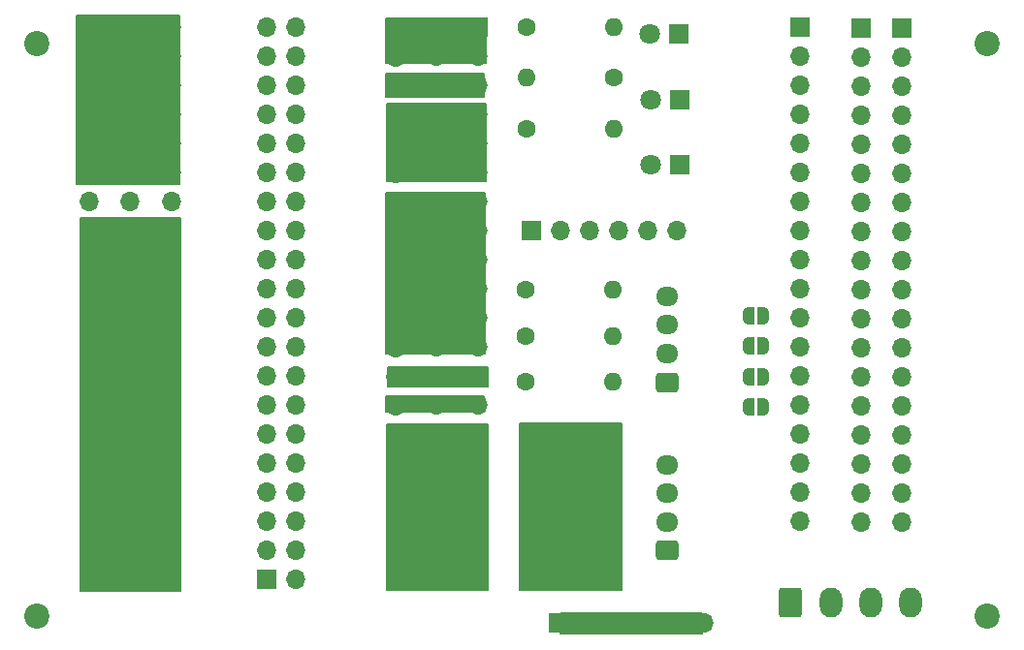
<source format=gbr>
%TF.GenerationSoftware,KiCad,Pcbnew,7.0.5-0*%
%TF.CreationDate,2023-10-01T14:36:37-07:00*%
%TF.ProjectId,FONA_pi,464f4e41-5f70-4692-9e6b-696361645f70,rev?*%
%TF.SameCoordinates,Original*%
%TF.FileFunction,Soldermask,Top*%
%TF.FilePolarity,Negative*%
%FSLAX46Y46*%
G04 Gerber Fmt 4.6, Leading zero omitted, Abs format (unit mm)*
G04 Created by KiCad (PCBNEW 7.0.5-0) date 2023-10-01 14:36:37*
%MOMM*%
%LPD*%
G01*
G04 APERTURE LIST*
G04 Aperture macros list*
%AMRoundRect*
0 Rectangle with rounded corners*
0 $1 Rounding radius*
0 $2 $3 $4 $5 $6 $7 $8 $9 X,Y pos of 4 corners*
0 Add a 4 corners polygon primitive as box body*
4,1,4,$2,$3,$4,$5,$6,$7,$8,$9,$2,$3,0*
0 Add four circle primitives for the rounded corners*
1,1,$1+$1,$2,$3*
1,1,$1+$1,$4,$5*
1,1,$1+$1,$6,$7*
1,1,$1+$1,$8,$9*
0 Add four rect primitives between the rounded corners*
20,1,$1+$1,$2,$3,$4,$5,0*
20,1,$1+$1,$4,$5,$6,$7,0*
20,1,$1+$1,$6,$7,$8,$9,0*
20,1,$1+$1,$8,$9,$2,$3,0*%
%AMFreePoly0*
4,1,19,0.500000,-0.750000,0.000000,-0.750000,0.000000,-0.744911,-0.071157,-0.744911,-0.207708,-0.704816,-0.327430,-0.627875,-0.420627,-0.520320,-0.479746,-0.390866,-0.500000,-0.250000,-0.500000,0.250000,-0.479746,0.390866,-0.420627,0.520320,-0.327430,0.627875,-0.207708,0.704816,-0.071157,0.744911,0.000000,0.744911,0.000000,0.750000,0.500000,0.750000,0.500000,-0.750000,0.500000,-0.750000,
$1*%
%AMFreePoly1*
4,1,19,0.000000,0.744911,0.071157,0.744911,0.207708,0.704816,0.327430,0.627875,0.420627,0.520320,0.479746,0.390866,0.500000,0.250000,0.500000,-0.250000,0.479746,-0.390866,0.420627,-0.520320,0.327430,-0.627875,0.207708,-0.704816,0.071157,-0.744911,0.000000,-0.744911,0.000000,-0.750000,-0.500000,-0.750000,-0.500000,0.750000,0.000000,0.750000,0.000000,0.744911,0.000000,0.744911,
$1*%
G04 Aperture macros list end*
%ADD10C,0.150000*%
%ADD11R,1.700000X1.700000*%
%ADD12O,1.700000X1.700000*%
%ADD13C,1.600000*%
%ADD14O,1.600000X1.600000*%
%ADD15FreePoly0,180.000000*%
%ADD16FreePoly1,180.000000*%
%ADD17R,1.800000X1.800000*%
%ADD18C,1.800000*%
%ADD19RoundRect,0.250000X0.725000X-0.600000X0.725000X0.600000X-0.725000X0.600000X-0.725000X-0.600000X0*%
%ADD20O,1.950000X1.700000*%
%ADD21C,2.200000*%
%ADD22RoundRect,0.250000X-0.750000X-1.050000X0.750000X-1.050000X0.750000X1.050000X-0.750000X1.050000X0*%
%ADD23O,2.000000X2.600000*%
G04 APERTURE END LIST*
D10*
X84785200Y-59918600D02*
X93827600Y-59918600D01*
X93827600Y-74625200D01*
X84785200Y-74625200D01*
X84785200Y-59918600D01*
G36*
X84785200Y-59918600D02*
G01*
X93827600Y-59918600D01*
X93827600Y-74625200D01*
X84785200Y-74625200D01*
X84785200Y-59918600D01*
G37*
X127101600Y-112153700D02*
X139446000Y-112153700D01*
X139446000Y-113906300D01*
X127101600Y-113906300D01*
X127101600Y-112153700D01*
G36*
X127101600Y-112153700D02*
G01*
X139446000Y-112153700D01*
X139446000Y-113906300D01*
X127101600Y-113906300D01*
X127101600Y-112153700D01*
G37*
X111785400Y-75391000D02*
X120472200Y-75391000D01*
X120472200Y-89458800D01*
X111785400Y-89458800D01*
X111785400Y-75391000D01*
G36*
X111785400Y-75391000D02*
G01*
X120472200Y-75391000D01*
X120472200Y-89458800D01*
X111785400Y-89458800D01*
X111785400Y-75391000D01*
G37*
X111887000Y-95605600D02*
X120675400Y-95605600D01*
X120675400Y-110058200D01*
X111887000Y-110058200D01*
X111887000Y-95605600D01*
G36*
X111887000Y-95605600D02*
G01*
X120675400Y-95605600D01*
X120675400Y-110058200D01*
X111887000Y-110058200D01*
X111887000Y-95605600D01*
G37*
X111810800Y-93167200D02*
X120345200Y-93167200D01*
X120345200Y-94538800D01*
X111810800Y-94538800D01*
X111810800Y-93167200D01*
G36*
X111810800Y-93167200D02*
G01*
X120345200Y-93167200D01*
X120345200Y-94538800D01*
X111810800Y-94538800D01*
X111810800Y-93167200D01*
G37*
X111988600Y-90627200D02*
X120675400Y-90627200D01*
X120675400Y-92278200D01*
X111988600Y-92278200D01*
X111988600Y-90627200D01*
G36*
X111988600Y-90627200D02*
G01*
X120675400Y-90627200D01*
X120675400Y-92278200D01*
X111988600Y-92278200D01*
X111988600Y-90627200D01*
G37*
X123494800Y-95554800D02*
X132359400Y-95554800D01*
X132359400Y-110058200D01*
X123494800Y-110058200D01*
X123494800Y-95554800D01*
G36*
X123494800Y-95554800D02*
G01*
X132359400Y-95554800D01*
X132359400Y-110058200D01*
X123494800Y-110058200D01*
X123494800Y-95554800D01*
G37*
X111887000Y-67564000D02*
X120573800Y-67564000D01*
X120573800Y-74377400D01*
X111887000Y-74377400D01*
X111887000Y-67564000D01*
G36*
X111887000Y-67564000D02*
G01*
X120573800Y-67564000D01*
X120573800Y-74377400D01*
X111887000Y-74377400D01*
X111887000Y-67564000D01*
G37*
X111836200Y-64947800D02*
X120370600Y-64947800D01*
X120370600Y-66954400D01*
X111836200Y-66954400D01*
X111836200Y-64947800D01*
G36*
X111836200Y-64947800D02*
G01*
X120370600Y-64947800D01*
X120370600Y-66954400D01*
X111836200Y-66954400D01*
X111836200Y-64947800D01*
G37*
X111785400Y-60147200D02*
X120523000Y-60147200D01*
X120523000Y-64058800D01*
X111785400Y-64058800D01*
X111785400Y-60147200D01*
G36*
X111785400Y-60147200D02*
G01*
X120523000Y-60147200D01*
X120523000Y-64058800D01*
X111785400Y-64058800D01*
X111785400Y-60147200D01*
G37*
X85115400Y-77571600D02*
X93853000Y-77571600D01*
X93853000Y-110210600D01*
X85115400Y-110210600D01*
X85115400Y-77571600D01*
G36*
X85115400Y-77571600D02*
G01*
X93853000Y-77571600D01*
X93853000Y-110210600D01*
X85115400Y-110210600D01*
X85115400Y-77571600D01*
G37*
D11*
%TO.C,J5*%
X147955000Y-60934600D03*
D12*
X147955000Y-63474600D03*
X147955000Y-66014600D03*
X147955000Y-68554600D03*
X147955000Y-71094600D03*
X147955000Y-73634600D03*
X147955000Y-76174600D03*
X147955000Y-78714600D03*
X147955000Y-81254600D03*
X147955000Y-83794600D03*
X147955000Y-86334600D03*
X147955000Y-88874600D03*
X147955000Y-91414600D03*
X147955000Y-93954600D03*
X147955000Y-96494600D03*
X147955000Y-99034600D03*
X147955000Y-101574600D03*
X147955000Y-104114600D03*
%TD*%
D13*
%TO.C,R1*%
X124104400Y-69773800D03*
D14*
X131724400Y-69773800D03*
%TD*%
D11*
%TO.C,J13*%
X124383800Y-96418400D03*
D12*
X124383800Y-98958400D03*
X124383800Y-101498400D03*
X124383800Y-104038400D03*
X124383800Y-106578400D03*
X124383800Y-109118400D03*
%TD*%
D15*
%TO.C,JP2*%
X144759200Y-88764533D03*
D16*
X143459200Y-88764533D03*
%TD*%
D11*
%TO.C,J6*%
X153286400Y-60960000D03*
D12*
X153286400Y-63500000D03*
X153286400Y-66040000D03*
X153286400Y-68580000D03*
X153286400Y-71120000D03*
X153286400Y-73660000D03*
X153286400Y-76200000D03*
X153286400Y-78740000D03*
X153286400Y-81280000D03*
X153286400Y-83820000D03*
X153286400Y-86360000D03*
X153286400Y-88900000D03*
X153286400Y-91440000D03*
X153286400Y-93980000D03*
X153286400Y-96520000D03*
X153286400Y-99060000D03*
X153286400Y-101600000D03*
X153286400Y-104140000D03*
%TD*%
D13*
%TO.C,R6*%
X124053600Y-91922600D03*
D14*
X131673600Y-91922600D03*
%TD*%
D17*
%TO.C,D3*%
X137439400Y-72948800D03*
D18*
X134899400Y-72948800D03*
%TD*%
D15*
%TO.C,G5*%
X144759200Y-86106000D03*
D16*
X143459200Y-86106000D03*
%TD*%
D13*
%TO.C,R3*%
X124104400Y-60883800D03*
D14*
X131724400Y-60883800D03*
%TD*%
D19*
%TO.C,J9*%
X136347200Y-106629200D03*
D20*
X136347200Y-104129200D03*
X136347200Y-101629200D03*
X136347200Y-99129200D03*
%TD*%
D13*
%TO.C,R2*%
X131724400Y-65328800D03*
D14*
X124104400Y-65328800D03*
%TD*%
D13*
%TO.C,R4*%
X124053600Y-83822600D03*
D14*
X131673600Y-83822600D03*
%TD*%
D21*
%TO.C,REF\u002A\u002A*%
X81360000Y-62340000D03*
%TD*%
D15*
%TO.C,JP4*%
X144759200Y-94081600D03*
D16*
X143459200Y-94081600D03*
%TD*%
D21*
%TO.C,REF\u002A\u002A*%
X164360000Y-112340000D03*
%TD*%
D11*
%TO.C,J15*%
X131523800Y-96418400D03*
D12*
X131523800Y-98958400D03*
X131523800Y-101498400D03*
X131523800Y-104038400D03*
X131523800Y-106578400D03*
X131523800Y-109118400D03*
%TD*%
D13*
%TO.C,R5*%
X124053600Y-87872600D03*
D14*
X131673600Y-87872600D03*
%TD*%
D11*
%TO.C,J2*%
X101447600Y-109169200D03*
D12*
X103987600Y-109169200D03*
X101447600Y-106629200D03*
X103987600Y-106629200D03*
X101447600Y-104089200D03*
X103987600Y-104089200D03*
X101447600Y-101549200D03*
X103987600Y-101549200D03*
X101447600Y-99009200D03*
X103987600Y-99009200D03*
X101447600Y-96469200D03*
X103987600Y-96469200D03*
X101447600Y-93929200D03*
X103987600Y-93929200D03*
X101447600Y-91389200D03*
X103987600Y-91389200D03*
X101447600Y-88849200D03*
X103987600Y-88849200D03*
X101447600Y-86309200D03*
X103987600Y-86309200D03*
X101447600Y-83769200D03*
X103987600Y-83769200D03*
X101447600Y-81229200D03*
X103987600Y-81229200D03*
X101447600Y-78689200D03*
X103987600Y-78689200D03*
X101447600Y-76149200D03*
X103987600Y-76149200D03*
X101447600Y-73609200D03*
X103987600Y-73609200D03*
X101447600Y-71069200D03*
X103987600Y-71069200D03*
X101447600Y-68529200D03*
X103987600Y-68529200D03*
X101447600Y-65989200D03*
X103987600Y-65989200D03*
X101447600Y-63449200D03*
X103987600Y-63449200D03*
X101447600Y-60909200D03*
X103987600Y-60909200D03*
%TD*%
D17*
%TO.C,D2*%
X137444400Y-67233800D03*
D18*
X134904400Y-67233800D03*
%TD*%
D21*
%TO.C,REF\u002A\u002A*%
X164360000Y-62340000D03*
%TD*%
D11*
%TO.C,J4*%
X119862600Y-60883800D03*
D12*
X119862600Y-63423800D03*
X119862600Y-65963800D03*
X119862600Y-68503800D03*
X119862600Y-71043800D03*
X119862600Y-73583800D03*
X119862600Y-76123800D03*
X119862600Y-78663800D03*
X119862600Y-81203800D03*
X119862600Y-83743800D03*
X119862600Y-86283800D03*
X119862600Y-88823800D03*
X119862600Y-91363800D03*
X119862600Y-93903800D03*
X119862600Y-96443800D03*
X119862600Y-98983800D03*
X119862600Y-101523800D03*
X119862600Y-104063800D03*
X119862600Y-106603800D03*
X119862600Y-109143800D03*
%TD*%
D11*
%TO.C,J17*%
X126898400Y-112928400D03*
D12*
X129438400Y-112928400D03*
X131978400Y-112928400D03*
X134518400Y-112928400D03*
X137058400Y-112928400D03*
X139598400Y-112928400D03*
%TD*%
D11*
%TO.C,J11*%
X89486800Y-109160000D03*
D12*
X89486800Y-106620000D03*
X89486800Y-104080000D03*
X89486800Y-101540000D03*
X89486800Y-99000000D03*
X89486800Y-96460000D03*
X89486800Y-93920000D03*
X89486800Y-91380000D03*
X89486800Y-88840000D03*
X89486800Y-86300000D03*
X89486800Y-83760000D03*
X89486800Y-81220000D03*
X89486800Y-78680000D03*
X89486800Y-76140000D03*
X89486800Y-73600000D03*
X89486800Y-71060000D03*
X89486800Y-68520000D03*
X89486800Y-65980000D03*
X89486800Y-63440000D03*
X89486800Y-60900000D03*
%TD*%
D11*
%TO.C,J12*%
X85877400Y-109160000D03*
D12*
X85877400Y-106620000D03*
X85877400Y-104080000D03*
X85877400Y-101540000D03*
X85877400Y-99000000D03*
X85877400Y-96460000D03*
X85877400Y-93920000D03*
X85877400Y-91380000D03*
X85877400Y-88840000D03*
X85877400Y-86300000D03*
X85877400Y-83760000D03*
X85877400Y-81220000D03*
X85877400Y-78680000D03*
X85877400Y-76140000D03*
X85877400Y-73600000D03*
X85877400Y-71060000D03*
X85877400Y-68520000D03*
X85877400Y-65980000D03*
X85877400Y-63440000D03*
X85877400Y-60900000D03*
%TD*%
D11*
%TO.C,J1*%
X93091000Y-109169200D03*
D12*
X93091000Y-106629200D03*
X93091000Y-104089200D03*
X93091000Y-101549200D03*
X93091000Y-99009200D03*
X93091000Y-96469200D03*
X93091000Y-93929200D03*
X93091000Y-91389200D03*
X93091000Y-88849200D03*
X93091000Y-86309200D03*
X93091000Y-83769200D03*
X93091000Y-81229200D03*
X93091000Y-78689200D03*
X93091000Y-76149200D03*
X93091000Y-73609200D03*
X93091000Y-71069200D03*
X93091000Y-68529200D03*
X93091000Y-65989200D03*
X93091000Y-63449200D03*
X93091000Y-60909200D03*
%TD*%
D11*
%TO.C,J8*%
X156870400Y-60960000D03*
D12*
X156870400Y-63500000D03*
X156870400Y-66040000D03*
X156870400Y-68580000D03*
X156870400Y-71120000D03*
X156870400Y-73660000D03*
X156870400Y-76200000D03*
X156870400Y-78740000D03*
X156870400Y-81280000D03*
X156870400Y-83820000D03*
X156870400Y-86360000D03*
X156870400Y-88900000D03*
X156870400Y-91440000D03*
X156870400Y-93980000D03*
X156870400Y-96520000D03*
X156870400Y-99060000D03*
X156870400Y-101600000D03*
X156870400Y-104140000D03*
%TD*%
D21*
%TO.C,REF\u002A\u002A*%
X81360000Y-112340000D03*
%TD*%
D15*
%TO.C,JP3*%
X144759200Y-91423066D03*
D16*
X143459200Y-91423066D03*
%TD*%
D19*
%TO.C,J10*%
X136347200Y-91929600D03*
D20*
X136347200Y-89429600D03*
X136347200Y-86929600D03*
X136347200Y-84429600D03*
%TD*%
D11*
%TO.C,J16*%
X124561600Y-78689200D03*
D12*
X127101600Y-78689200D03*
X129641600Y-78689200D03*
X132181600Y-78689200D03*
X134721600Y-78689200D03*
X137261600Y-78689200D03*
%TD*%
D11*
%TO.C,J3*%
X112649000Y-60960000D03*
D12*
X112649000Y-63500000D03*
X112649000Y-66040000D03*
X112649000Y-68580000D03*
X112649000Y-71120000D03*
X112649000Y-73660000D03*
X112649000Y-76200000D03*
X112649000Y-78740000D03*
X112649000Y-81280000D03*
X112649000Y-83820000D03*
X112649000Y-86360000D03*
X112649000Y-88900000D03*
X112649000Y-91440000D03*
X112649000Y-93980000D03*
X112649000Y-96520000D03*
X112649000Y-99060000D03*
X112649000Y-101600000D03*
X112649000Y-104140000D03*
X112649000Y-106680000D03*
X112649000Y-109220000D03*
%TD*%
D11*
%TO.C,J7*%
X116230400Y-60883800D03*
D12*
X116230400Y-63423800D03*
X116230400Y-65963800D03*
X116230400Y-68503800D03*
X116230400Y-71043800D03*
X116230400Y-73583800D03*
X116230400Y-76123800D03*
X116230400Y-78663800D03*
X116230400Y-81203800D03*
X116230400Y-83743800D03*
X116230400Y-86283800D03*
X116230400Y-88823800D03*
X116230400Y-91363800D03*
X116230400Y-93903800D03*
X116230400Y-96443800D03*
X116230400Y-98983800D03*
X116230400Y-101523800D03*
X116230400Y-104063800D03*
X116230400Y-106603800D03*
X116230400Y-109143800D03*
%TD*%
D17*
%TO.C,D1*%
X137414000Y-61468000D03*
D18*
X134874000Y-61468000D03*
%TD*%
D11*
%TO.C,J14*%
X127967800Y-96418400D03*
D12*
X127967800Y-98958400D03*
X127967800Y-101498400D03*
X127967800Y-104038400D03*
X127967800Y-106578400D03*
X127967800Y-109118400D03*
%TD*%
D22*
%TO.C,J18*%
X147167600Y-111201200D03*
D23*
X150667600Y-111201200D03*
X154167600Y-111201200D03*
X157667600Y-111201200D03*
%TD*%
M02*

</source>
